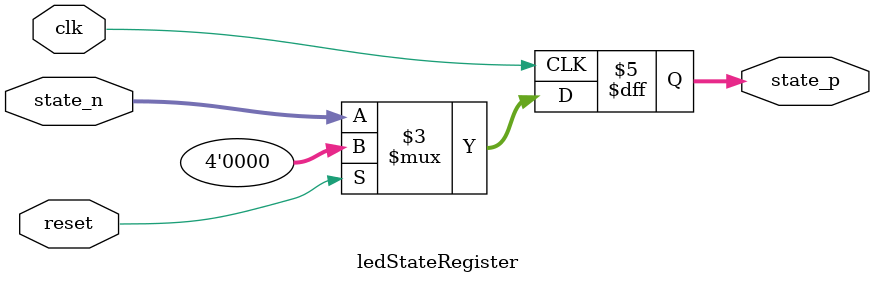
<source format=v>
`timescale 1ns / 1ps


module ledStateRegister(
    output reg [3:0] state_p,
    input [3:0] state_n,
    input  clk,
    input reset
    );
    
    
    always @ (posedge clk) begin
        if(reset)
            state_p <= 0;
        else
            state_p <= state_n;
    end
endmodule

</source>
